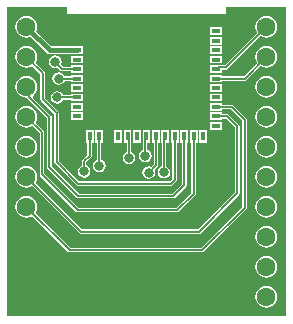
<source format=gbr>
%TF.GenerationSoftware,Altium Limited,Altium Designer,20.1.8 (145)*%
G04 Layer_Physical_Order=1*
G04 Layer_Color=2232046*
%FSLAX45Y45*%
%MOMM*%
%TF.SameCoordinates,58819124-5082-48BE-93C4-8F50621AB512*%
%TF.FilePolarity,Positive*%
%TF.FileFunction,Copper,L1,Top,Signal*%
%TF.Part,Single*%
G01*
G75*
%TA.AperFunction,ConnectorPad*%
%ADD10R,0.80000X0.40000*%
%ADD11R,0.40000X0.80000*%
%TA.AperFunction,BGAPad,CuDef*%
%ADD12R,1.45000X1.45000*%
%TA.AperFunction,SMDPad,CuDef*%
%ADD13R,0.60000X0.60000*%
%ADD14R,0.70000X0.70000*%
%TA.AperFunction,Conductor*%
%ADD15C,0.12700*%
%ADD16C,0.38100*%
%TA.AperFunction,ComponentPad*%
%ADD17C,1.60000*%
%TA.AperFunction,ViaPad*%
%ADD18C,0.80000*%
G36*
X11340604Y5423396D02*
X8979396D01*
Y8038604D01*
X9486254D01*
Y7996500D01*
X9490280Y7986780D01*
X9500000Y7982753D01*
X10820000D01*
X10829720Y7986780D01*
X10833746Y7996500D01*
Y8038604D01*
X11340604D01*
Y5423396D01*
D02*
G37*
%LPC*%
G36*
X10802700Y7869200D02*
X10697300D01*
Y7803800D01*
X10802700D01*
Y7869200D01*
D02*
G37*
G36*
X11176000Y7967500D02*
X11151800Y7964314D01*
X11129250Y7954973D01*
X11109886Y7940114D01*
X11095027Y7920750D01*
X11085686Y7898200D01*
X11082500Y7874000D01*
X11085686Y7849800D01*
X11095027Y7827250D01*
X11097954Y7823435D01*
X10824092Y7549573D01*
X10763650D01*
X10761774Y7549200D01*
X10697300D01*
Y7483800D01*
X10802700D01*
Y7510727D01*
X10832138D01*
X10839571Y7512205D01*
X10845872Y7516416D01*
X11125421Y7795965D01*
X11129250Y7793027D01*
X11151800Y7783686D01*
X11176000Y7780500D01*
X11200200Y7783686D01*
X11222750Y7793027D01*
X11242114Y7807886D01*
X11256973Y7827250D01*
X11266314Y7849800D01*
X11269500Y7874000D01*
X11266314Y7898200D01*
X11256973Y7920750D01*
X11242114Y7940114D01*
X11222750Y7954973D01*
X11200200Y7964314D01*
X11176000Y7967500D01*
D02*
G37*
G36*
X10802700Y7789200D02*
X10697300D01*
Y7723800D01*
X10802700D01*
Y7789200D01*
D02*
G37*
G36*
Y7709200D02*
X10697300D01*
Y7643800D01*
X10802700D01*
Y7709200D01*
D02*
G37*
G36*
X9144000Y7967500D02*
X9119800Y7964314D01*
X9097250Y7954973D01*
X9077886Y7940114D01*
X9063027Y7920750D01*
X9053686Y7898200D01*
X9050500Y7874000D01*
X9053686Y7849800D01*
X9063027Y7827250D01*
X9077886Y7807886D01*
X9097250Y7793027D01*
X9119800Y7783686D01*
X9144000Y7780500D01*
X9168200Y7783686D01*
X9182577Y7789642D01*
X9318610Y7653610D01*
X9329112Y7646592D01*
X9341500Y7644128D01*
X9517300D01*
Y7643800D01*
X9622700D01*
Y7709200D01*
X9517300D01*
Y7708872D01*
X9354909D01*
X9228358Y7835423D01*
X9234314Y7849800D01*
X9237500Y7874000D01*
X9234314Y7898200D01*
X9224973Y7920750D01*
X9210114Y7940114D01*
X9190750Y7954973D01*
X9168200Y7964314D01*
X9144000Y7967500D01*
D02*
G37*
G36*
X10802700Y7629200D02*
X10697300D01*
Y7563800D01*
X10802700D01*
Y7629200D01*
D02*
G37*
G36*
X9622700D02*
X9517300D01*
Y7563800D01*
X9622700D01*
Y7629200D01*
D02*
G37*
G36*
X11176000Y7713500D02*
X11151800Y7710314D01*
X11129250Y7700973D01*
X11109886Y7686114D01*
X11095027Y7666750D01*
X11085686Y7644200D01*
X11082500Y7620000D01*
X11085686Y7595800D01*
X11095027Y7573250D01*
X11097960Y7569428D01*
X10984455Y7455923D01*
X10802700D01*
Y7469200D01*
X10697300D01*
Y7403800D01*
X10802700D01*
Y7417077D01*
X10992500D01*
X10999933Y7418555D01*
X11006234Y7422766D01*
X11125428Y7541960D01*
X11129250Y7539027D01*
X11151800Y7529686D01*
X11176000Y7526500D01*
X11200200Y7529686D01*
X11222750Y7539027D01*
X11242114Y7553886D01*
X11256973Y7573250D01*
X11266314Y7595800D01*
X11269500Y7620000D01*
X11266314Y7644200D01*
X11256973Y7666750D01*
X11242114Y7686114D01*
X11222750Y7700973D01*
X11200200Y7710314D01*
X11176000Y7713500D01*
D02*
G37*
G36*
X9388048Y7631448D02*
X9367486Y7627358D01*
X9350054Y7615710D01*
X9338406Y7598278D01*
X9334316Y7577716D01*
X9338406Y7557153D01*
X9350054Y7539721D01*
X9367486Y7528073D01*
X9388048Y7523983D01*
X9408611Y7528073D01*
X9409577Y7528719D01*
X9435530Y7502766D01*
X9441831Y7498555D01*
X9449264Y7497077D01*
X9517300D01*
Y7483800D01*
X9622700D01*
Y7549200D01*
X9517300D01*
Y7535923D01*
X9457309D01*
X9437045Y7556187D01*
X9437691Y7557153D01*
X9441781Y7577716D01*
X9437691Y7598278D01*
X9426043Y7615710D01*
X9408611Y7627358D01*
X9388048Y7631448D01*
D02*
G37*
G36*
X9417700Y7490232D02*
X9397137Y7486142D01*
X9379705Y7474495D01*
X9368058Y7457063D01*
X9363968Y7436500D01*
X9368058Y7415937D01*
X9379705Y7398505D01*
X9397137Y7386858D01*
X9417700Y7382768D01*
X9438263Y7386858D01*
X9455695Y7398505D01*
X9467342Y7415937D01*
X9467569Y7417077D01*
X9517300D01*
Y7403800D01*
X9622700D01*
Y7469200D01*
X9517300D01*
Y7455923D01*
X9467569D01*
X9467342Y7457063D01*
X9455695Y7474495D01*
X9438263Y7486142D01*
X9417700Y7490232D01*
D02*
G37*
G36*
X10802700Y7389200D02*
X10697300D01*
Y7323800D01*
X10802700D01*
Y7389200D01*
D02*
G37*
G36*
X9622700D02*
X9517300D01*
Y7323800D01*
X9622700D01*
Y7389200D01*
D02*
G37*
G36*
X11176000Y7459500D02*
X11151800Y7456314D01*
X11129250Y7446973D01*
X11109886Y7432114D01*
X11095027Y7412750D01*
X11085686Y7390200D01*
X11082500Y7366000D01*
X11085686Y7341800D01*
X11095027Y7319250D01*
X11109886Y7299886D01*
X11129250Y7285027D01*
X11151800Y7275686D01*
X11176000Y7272500D01*
X11200200Y7275686D01*
X11222750Y7285027D01*
X11242114Y7299886D01*
X11256973Y7319250D01*
X11266314Y7341800D01*
X11269500Y7366000D01*
X11266314Y7390200D01*
X11256973Y7412750D01*
X11242114Y7432114D01*
X11222750Y7446973D01*
X11200200Y7456314D01*
X11176000Y7459500D01*
D02*
G37*
G36*
X10802700Y7309200D02*
X10697300D01*
Y7243800D01*
X10802700D01*
Y7309200D01*
D02*
G37*
G36*
X9403680Y7330232D02*
X9383117Y7326142D01*
X9365685Y7314495D01*
X9354038Y7297063D01*
X9349948Y7276500D01*
X9354038Y7255937D01*
X9365685Y7238505D01*
X9383117Y7226858D01*
X9403680Y7222768D01*
X9424243Y7226858D01*
X9441675Y7238505D01*
X9453322Y7255937D01*
X9453549Y7257077D01*
X9517300D01*
Y7243800D01*
X9622700D01*
Y7309200D01*
X9517300D01*
Y7295923D01*
X9453549D01*
X9453322Y7297063D01*
X9441675Y7314495D01*
X9424243Y7326142D01*
X9403680Y7330232D01*
D02*
G37*
G36*
X9622700Y7229200D02*
X9517300D01*
Y7163800D01*
X9622700D01*
Y7229200D01*
D02*
G37*
G36*
Y7149200D02*
X9517300D01*
Y7083800D01*
X9622700D01*
Y7149200D01*
D02*
G37*
G36*
X11176000Y7205500D02*
X11151800Y7202314D01*
X11129250Y7192973D01*
X11109886Y7178114D01*
X11095027Y7158750D01*
X11085686Y7136200D01*
X11082500Y7112000D01*
X11085686Y7087800D01*
X11095027Y7065250D01*
X11109886Y7045886D01*
X11129250Y7031027D01*
X11151800Y7021686D01*
X11176000Y7018500D01*
X11200200Y7021686D01*
X11222750Y7031027D01*
X11242114Y7045886D01*
X11256973Y7065250D01*
X11266314Y7087800D01*
X11269500Y7112000D01*
X11266314Y7136200D01*
X11256973Y7158750D01*
X11242114Y7178114D01*
X11222750Y7192973D01*
X11200200Y7202314D01*
X11176000Y7205500D01*
D02*
G37*
G36*
X10802700Y7069200D02*
X10697300D01*
Y7003800D01*
X10802700D01*
Y7069200D01*
D02*
G37*
G36*
X10672700Y6999200D02*
X10607300D01*
Y6893800D01*
X10672700D01*
Y6999200D01*
D02*
G37*
G36*
X10112700D02*
X10047300D01*
Y6893800D01*
X10112700D01*
Y6999200D01*
D02*
G37*
G36*
X9952700D02*
X9887300D01*
Y6893800D01*
X9952700D01*
Y6999200D01*
D02*
G37*
G36*
X11176000Y6951500D02*
X11151800Y6948314D01*
X11129250Y6938973D01*
X11109886Y6924114D01*
X11095027Y6904750D01*
X11085686Y6882200D01*
X11082500Y6858000D01*
X11085686Y6833800D01*
X11095027Y6811250D01*
X11109886Y6791886D01*
X11129250Y6777027D01*
X11151800Y6767686D01*
X11176000Y6764500D01*
X11200200Y6767686D01*
X11222750Y6777027D01*
X11242114Y6791886D01*
X11256973Y6811250D01*
X11266314Y6833800D01*
X11269500Y6858000D01*
X11266314Y6882200D01*
X11256973Y6904750D01*
X11242114Y6924114D01*
X11222750Y6938973D01*
X11200200Y6948314D01*
X11176000Y6951500D01*
D02*
G37*
G36*
X9144000D02*
X9119800Y6948314D01*
X9097250Y6938973D01*
X9077886Y6924114D01*
X9063027Y6904750D01*
X9053686Y6882200D01*
X9050500Y6858000D01*
X9053686Y6833800D01*
X9063027Y6811250D01*
X9077886Y6791886D01*
X9097250Y6777027D01*
X9119800Y6767686D01*
X9144000Y6764500D01*
X9168200Y6767686D01*
X9190750Y6777027D01*
X9210114Y6791886D01*
X9224973Y6811250D01*
X9234314Y6833800D01*
X9237500Y6858000D01*
X9234314Y6882200D01*
X9224973Y6904750D01*
X9210114Y6924114D01*
X9190750Y6938973D01*
X9168200Y6948314D01*
X9144000Y6951500D01*
D02*
G37*
G36*
X10192700Y6999200D02*
X10127300D01*
Y6893800D01*
X10130288D01*
Y6832719D01*
X10129148Y6832493D01*
X10111716Y6820845D01*
X10100069Y6803413D01*
X10095979Y6782851D01*
X10100069Y6762288D01*
X10111716Y6744856D01*
X10129148Y6733208D01*
X10149711Y6729118D01*
X10170274Y6733208D01*
X10187706Y6744856D01*
X10199353Y6762288D01*
X10203443Y6782851D01*
X10199353Y6803413D01*
X10187706Y6820845D01*
X10170274Y6832493D01*
X10169134Y6832719D01*
Y6893800D01*
X10192700D01*
Y6999200D01*
D02*
G37*
G36*
X10032700D02*
X9967300D01*
Y6893800D01*
X9992987D01*
Y6815165D01*
X9991847Y6814939D01*
X9974415Y6803291D01*
X9962767Y6785859D01*
X9958677Y6765297D01*
X9962767Y6744734D01*
X9974415Y6727302D01*
X9991847Y6715654D01*
X10012410Y6711564D01*
X10032972Y6715654D01*
X10050404Y6727302D01*
X10062052Y6744734D01*
X10066142Y6765297D01*
X10062052Y6785859D01*
X10050404Y6803291D01*
X10032972Y6814939D01*
X10031833Y6815165D01*
Y6893800D01*
X10032700D01*
Y6999200D01*
D02*
G37*
G36*
X10272700D02*
X10207300D01*
Y6893800D01*
X10220577D01*
Y6709440D01*
X10200524Y6689388D01*
X10199559Y6690033D01*
X10178996Y6694124D01*
X10158434Y6690033D01*
X10141002Y6678386D01*
X10129354Y6660954D01*
X10125264Y6640391D01*
X10129354Y6619829D01*
X10141002Y6602396D01*
X10158434Y6590749D01*
X10178996Y6586659D01*
X10199559Y6590749D01*
X10216991Y6602396D01*
X10228638Y6619829D01*
X10232729Y6640391D01*
X10228638Y6660954D01*
X10227993Y6661919D01*
X10253734Y6687661D01*
X10257945Y6693962D01*
X10259423Y6701395D01*
Y6893800D01*
X10272700D01*
Y6999200D01*
D02*
G37*
G36*
X9792700D02*
X9727300D01*
Y6893800D01*
X9740577D01*
Y6747688D01*
X9739437Y6747462D01*
X9722005Y6735814D01*
X9710358Y6718382D01*
X9706268Y6697819D01*
X9710358Y6677257D01*
X9722005Y6659825D01*
X9739437Y6648177D01*
X9760000Y6644087D01*
X9780563Y6648177D01*
X9797995Y6659825D01*
X9809642Y6677257D01*
X9813732Y6697819D01*
X9809642Y6718382D01*
X9797995Y6735814D01*
X9780563Y6747462D01*
X9779423Y6747688D01*
Y6893800D01*
X9792700D01*
Y6999200D01*
D02*
G37*
G36*
X9712700D02*
X9647300D01*
Y6893800D01*
X9660577D01*
Y6789470D01*
X9618632Y6747524D01*
X9614421Y6741223D01*
X9612943Y6733790D01*
Y6700495D01*
X9611803Y6700269D01*
X9594371Y6688621D01*
X9582724Y6671189D01*
X9578633Y6650626D01*
X9582724Y6630064D01*
X9594371Y6612632D01*
X9611803Y6600984D01*
X9632366Y6596894D01*
X9652928Y6600984D01*
X9670360Y6612632D01*
X9682008Y6630064D01*
X9686098Y6650626D01*
X9682008Y6671189D01*
X9670360Y6688621D01*
X9652928Y6700269D01*
X9651789Y6700495D01*
Y6725744D01*
X9693734Y6767690D01*
X9697945Y6773991D01*
X9699423Y6781424D01*
Y6893800D01*
X9712700D01*
Y6999200D01*
D02*
G37*
G36*
X10352700D02*
X10287300D01*
Y6893800D01*
X10288754D01*
Y6693634D01*
X10287615Y6693407D01*
X10270183Y6681760D01*
X10258535Y6664328D01*
X10254445Y6643765D01*
X10258535Y6623203D01*
X10270183Y6605771D01*
X10287615Y6594123D01*
X10308178Y6590033D01*
X10328740Y6594123D01*
X10346172Y6605771D01*
X10357820Y6623203D01*
X10361910Y6643765D01*
X10357820Y6664328D01*
X10346172Y6681760D01*
X10328740Y6693407D01*
X10327601Y6693634D01*
Y6893800D01*
X10352700D01*
Y6999200D01*
D02*
G37*
G36*
X9144000Y7713500D02*
X9119800Y7710314D01*
X9097250Y7700973D01*
X9077886Y7686114D01*
X9063027Y7666750D01*
X9053686Y7644200D01*
X9050500Y7620000D01*
X9053686Y7595800D01*
X9063027Y7573250D01*
X9077886Y7553886D01*
X9097250Y7539027D01*
X9119800Y7529686D01*
X9144000Y7526500D01*
X9168200Y7529686D01*
X9190750Y7539027D01*
X9194572Y7541960D01*
X9261737Y7474795D01*
Y7260510D01*
X9263215Y7253077D01*
X9267426Y7246775D01*
X9381307Y7132894D01*
Y6727921D01*
X9382785Y6720488D01*
X9386996Y6714187D01*
X9569162Y6532020D01*
X9569163Y6532019D01*
X9575464Y6527809D01*
X9582897Y6526331D01*
X10366214D01*
X10373648Y6527809D01*
X10379949Y6532019D01*
X10413734Y6565805D01*
X10417945Y6572106D01*
X10419423Y6579539D01*
Y6893800D01*
X10432700D01*
Y6999200D01*
X10367300D01*
Y6893800D01*
X10380577D01*
Y6587585D01*
X10358169Y6565177D01*
X9590942D01*
X9420153Y6735966D01*
Y7140940D01*
X9418675Y7148373D01*
X9414464Y7154674D01*
X9300583Y7268555D01*
Y7482840D01*
X9299105Y7490273D01*
X9294894Y7496574D01*
X9222040Y7569428D01*
X9224973Y7573250D01*
X9234314Y7595800D01*
X9237500Y7620000D01*
X9234314Y7644200D01*
X9224973Y7666750D01*
X9210114Y7686114D01*
X9190750Y7700973D01*
X9168200Y7710314D01*
X9144000Y7713500D01*
D02*
G37*
G36*
X11176000Y6697500D02*
X11151800Y6694314D01*
X11129250Y6684973D01*
X11109886Y6670114D01*
X11095027Y6650750D01*
X11085686Y6628200D01*
X11082500Y6604000D01*
X11085686Y6579800D01*
X11095027Y6557250D01*
X11109886Y6537886D01*
X11129250Y6523027D01*
X11151800Y6513686D01*
X11176000Y6510500D01*
X11200200Y6513686D01*
X11222750Y6523027D01*
X11242114Y6537886D01*
X11256973Y6557250D01*
X11266314Y6579800D01*
X11269500Y6604000D01*
X11266314Y6628200D01*
X11256973Y6650750D01*
X11242114Y6670114D01*
X11222750Y6684973D01*
X11200200Y6694314D01*
X11176000Y6697500D01*
D02*
G37*
G36*
X9144000Y7459500D02*
X9119800Y7456314D01*
X9097250Y7446973D01*
X9077886Y7432114D01*
X9063027Y7412750D01*
X9053686Y7390200D01*
X9050500Y7366000D01*
X9053686Y7341800D01*
X9063027Y7319250D01*
X9077886Y7299886D01*
X9097250Y7285027D01*
X9119800Y7275686D01*
X9144000Y7272500D01*
X9149087Y7273170D01*
X9149277Y7272217D01*
X9153487Y7265916D01*
X9319432Y7099970D01*
Y6684965D01*
X9320911Y6677532D01*
X9325121Y6671231D01*
X9568646Y6427707D01*
X9574947Y6423496D01*
X9582380Y6422018D01*
X10388224D01*
X10395657Y6423496D01*
X10401958Y6427707D01*
X10493734Y6519483D01*
X10497945Y6525785D01*
X10499424Y6533218D01*
X10499423Y6533219D01*
Y6893800D01*
X10512700D01*
Y6999200D01*
X10447300D01*
Y6893800D01*
X10460577D01*
Y6541263D01*
X10380178Y6460864D01*
X9590425D01*
X9358279Y6693011D01*
Y7108016D01*
X9356800Y7115449D01*
X9352590Y7121750D01*
X9198995Y7275345D01*
X9200099Y7292201D01*
X9210114Y7299886D01*
X9224973Y7319250D01*
X9234314Y7341800D01*
X9237500Y7366000D01*
X9234314Y7390200D01*
X9224973Y7412750D01*
X9210114Y7432114D01*
X9190750Y7446973D01*
X9168200Y7456314D01*
X9144000Y7459500D01*
D02*
G37*
G36*
Y7205500D02*
X9119800Y7202314D01*
X9097250Y7192973D01*
X9077886Y7178114D01*
X9063027Y7158750D01*
X9053686Y7136200D01*
X9050500Y7112000D01*
X9053686Y7087801D01*
X9063027Y7065251D01*
X9077886Y7045886D01*
X9097250Y7031027D01*
X9119800Y7021686D01*
X9144000Y7018501D01*
X9168200Y7021686D01*
X9190750Y7031027D01*
X9194572Y7033960D01*
X9256344Y6972188D01*
Y6626504D01*
X9257822Y6619071D01*
X9262033Y6612770D01*
X9564898Y6309905D01*
X9564899Y6309904D01*
X9571200Y6305694D01*
X9578633Y6304215D01*
X10422325D01*
X10429758Y6305694D01*
X10436059Y6309904D01*
X10573734Y6447579D01*
X10577945Y6453880D01*
X10579423Y6461313D01*
Y6893800D01*
X10592700D01*
Y6999200D01*
X10527300D01*
Y6893800D01*
X10540577D01*
Y6469359D01*
X10414280Y6343061D01*
X9586678D01*
X9295190Y6634550D01*
Y6980232D01*
X9295190Y6980233D01*
X9293712Y6987666D01*
X9289501Y6993967D01*
X9222040Y7061428D01*
X9224973Y7065251D01*
X9234314Y7087801D01*
X9237500Y7112000D01*
X9234314Y7136200D01*
X9224973Y7158750D01*
X9210114Y7178114D01*
X9190750Y7192973D01*
X9168200Y7202314D01*
X9144000Y7205500D01*
D02*
G37*
G36*
X11176000Y6443500D02*
X11151800Y6440314D01*
X11129250Y6430973D01*
X11109886Y6416114D01*
X11095027Y6396750D01*
X11085686Y6374200D01*
X11082500Y6350000D01*
X11085686Y6325800D01*
X11095027Y6303250D01*
X11109886Y6283886D01*
X11129250Y6269027D01*
X11151800Y6259686D01*
X11176000Y6256500D01*
X11200200Y6259686D01*
X11222750Y6269027D01*
X11242114Y6283886D01*
X11256973Y6303250D01*
X11266314Y6325800D01*
X11269500Y6350000D01*
X11266314Y6374200D01*
X11256973Y6396750D01*
X11242114Y6416114D01*
X11222750Y6430973D01*
X11200200Y6440314D01*
X11176000Y6443500D01*
D02*
G37*
G36*
X10802700Y7149200D02*
X10697300D01*
Y7083800D01*
X10802700D01*
Y7097077D01*
X10836462D01*
X10910334Y7023205D01*
Y6472088D01*
X10597068Y6158822D01*
X9616647D01*
X9222040Y6553428D01*
X9224973Y6557250D01*
X9234314Y6579800D01*
X9237500Y6604000D01*
X9234314Y6628200D01*
X9224973Y6650750D01*
X9210114Y6670114D01*
X9190750Y6684973D01*
X9168200Y6694314D01*
X9144000Y6697500D01*
X9119800Y6694314D01*
X9097250Y6684973D01*
X9077886Y6670114D01*
X9063027Y6650750D01*
X9053686Y6628200D01*
X9050500Y6604000D01*
X9053686Y6579800D01*
X9063027Y6557250D01*
X9077886Y6537886D01*
X9097250Y6523027D01*
X9119800Y6513686D01*
X9144000Y6510500D01*
X9168200Y6513686D01*
X9190750Y6523027D01*
X9194572Y6525960D01*
X9594867Y6125665D01*
X9594867Y6125664D01*
X9601169Y6121454D01*
X9608602Y6119975D01*
X9608603Y6119975D01*
X10605113D01*
X10612546Y6121454D01*
X10618847Y6125664D01*
X10943491Y6450308D01*
X10947702Y6456609D01*
X10949180Y6464042D01*
Y7031249D01*
X10949181Y7031250D01*
X10947702Y7038683D01*
X10943491Y7044985D01*
X10858242Y7130234D01*
X10851941Y7134444D01*
X10844508Y7135923D01*
X10802700D01*
Y7149200D01*
D02*
G37*
G36*
Y7229200D02*
X10697300D01*
Y7163800D01*
X10802700D01*
Y7177077D01*
X10872635D01*
X10972525Y7077186D01*
Y6351059D01*
X10624692Y6003226D01*
X9518243D01*
X9222040Y6299428D01*
X9224973Y6303250D01*
X9234314Y6325800D01*
X9237500Y6350000D01*
X9234314Y6374200D01*
X9224973Y6396750D01*
X9210114Y6416114D01*
X9190750Y6430973D01*
X9168200Y6440314D01*
X9144000Y6443500D01*
X9119800Y6440314D01*
X9097250Y6430973D01*
X9077886Y6416114D01*
X9063027Y6396750D01*
X9053686Y6374200D01*
X9050500Y6350000D01*
X9053686Y6325800D01*
X9063027Y6303250D01*
X9077886Y6283886D01*
X9097250Y6269027D01*
X9119800Y6259686D01*
X9144000Y6256500D01*
X9168200Y6259686D01*
X9190750Y6269027D01*
X9194572Y6271960D01*
X9496463Y5970068D01*
X9502765Y5965858D01*
X9510197Y5964379D01*
X10632738D01*
X10640171Y5965858D01*
X10646472Y5970068D01*
X11005682Y6329279D01*
X11005683Y6329279D01*
X11009893Y6335581D01*
X11011372Y6343013D01*
Y7085231D01*
X11009893Y7092664D01*
X11005683Y7098966D01*
X11005682Y7098966D01*
X10894414Y7210234D01*
X10888113Y7214445D01*
X10880680Y7215923D01*
X10802700D01*
Y7229200D01*
D02*
G37*
G36*
X11176000Y6189500D02*
X11151800Y6186314D01*
X11129250Y6176973D01*
X11109886Y6162114D01*
X11095027Y6142750D01*
X11085686Y6120200D01*
X11082500Y6096000D01*
X11085686Y6071800D01*
X11095027Y6049250D01*
X11109886Y6029886D01*
X11129250Y6015027D01*
X11151800Y6005686D01*
X11176000Y6002500D01*
X11200200Y6005686D01*
X11222750Y6015027D01*
X11242114Y6029886D01*
X11256973Y6049250D01*
X11266314Y6071800D01*
X11269500Y6096000D01*
X11266314Y6120200D01*
X11256973Y6142750D01*
X11242114Y6162114D01*
X11222750Y6176973D01*
X11200200Y6186314D01*
X11176000Y6189500D01*
D02*
G37*
G36*
Y5935500D02*
X11151800Y5932314D01*
X11129250Y5922973D01*
X11109886Y5908114D01*
X11095027Y5888750D01*
X11085686Y5866200D01*
X11082500Y5842000D01*
X11085686Y5817800D01*
X11095027Y5795250D01*
X11109886Y5775886D01*
X11129250Y5761027D01*
X11151800Y5751686D01*
X11176000Y5748500D01*
X11200200Y5751686D01*
X11222750Y5761027D01*
X11242114Y5775886D01*
X11256973Y5795250D01*
X11266314Y5817800D01*
X11269500Y5842000D01*
X11266314Y5866200D01*
X11256973Y5888750D01*
X11242114Y5908114D01*
X11222750Y5922973D01*
X11200200Y5932314D01*
X11176000Y5935500D01*
D02*
G37*
G36*
Y5681500D02*
X11151800Y5678314D01*
X11129250Y5668973D01*
X11109886Y5654114D01*
X11095027Y5634750D01*
X11085686Y5612200D01*
X11082500Y5588000D01*
X11085686Y5563800D01*
X11095027Y5541250D01*
X11109886Y5521886D01*
X11129250Y5507027D01*
X11151800Y5497686D01*
X11176000Y5494500D01*
X11200200Y5497686D01*
X11222750Y5507027D01*
X11242114Y5521886D01*
X11256973Y5541250D01*
X11266314Y5563800D01*
X11269500Y5588000D01*
X11266314Y5612200D01*
X11256973Y5634750D01*
X11242114Y5654114D01*
X11222750Y5668973D01*
X11200200Y5678314D01*
X11176000Y5681500D01*
D02*
G37*
%LPD*%
D10*
X9570000Y7836500D02*
D03*
Y7756500D02*
D03*
Y7676500D02*
D03*
Y7596500D02*
D03*
Y7516500D02*
D03*
Y7436500D02*
D03*
Y7356500D02*
D03*
Y7276500D02*
D03*
Y7196500D02*
D03*
Y7116500D02*
D03*
Y7036500D02*
D03*
X10750000D02*
D03*
Y7116500D02*
D03*
Y7196500D02*
D03*
Y7276500D02*
D03*
Y7356500D02*
D03*
Y7436500D02*
D03*
Y7516500D02*
D03*
Y7596500D02*
D03*
Y7676500D02*
D03*
Y7756500D02*
D03*
Y7836500D02*
D03*
D11*
X9680000Y6946500D02*
D03*
X9760000D02*
D03*
X9840000D02*
D03*
X9920000D02*
D03*
X10000000D02*
D03*
X10080000D02*
D03*
X10160000D02*
D03*
X10240000D02*
D03*
X10320000D02*
D03*
X10400000D02*
D03*
X10480000D02*
D03*
X10560000D02*
D03*
X10640000D02*
D03*
Y7926500D02*
D03*
X10560000D02*
D03*
X10480000D02*
D03*
X10400000D02*
D03*
X10320000D02*
D03*
X10240000D02*
D03*
X10160000D02*
D03*
X10080000D02*
D03*
X10000000D02*
D03*
X9920000D02*
D03*
X9840000D02*
D03*
X9760000D02*
D03*
X9680000D02*
D03*
D12*
X10160000Y7436500D02*
D03*
X10357500Y7634000D02*
D03*
X10160000D02*
D03*
X9962500Y7436500D02*
D03*
Y7239000D02*
D03*
X10160000D02*
D03*
X10357500D02*
D03*
Y7436500D02*
D03*
D13*
X9962500Y7634000D02*
D03*
D14*
X9565000Y7931500D02*
D03*
Y6941500D02*
D03*
X10755000D02*
D03*
Y7931500D02*
D03*
D15*
X10832138Y7530150D02*
X11175988Y7874000D01*
X11176000D01*
X10763650Y7530150D02*
X10832138D01*
X10750000Y7516500D02*
X10763650Y7530150D01*
X10605113Y6139398D02*
X10929757Y6464042D01*
Y7031250D01*
X10844508Y7116500D02*
X10929757Y7031250D01*
X10991949Y6343013D02*
Y7085231D01*
X10632738Y5983803D02*
X10991949Y6343013D01*
X10880680Y7196500D02*
X10991949Y7085231D01*
X9281160Y7260510D02*
X9400730Y7140940D01*
Y6727921D02*
X9582897Y6545754D01*
X9400730Y6727921D02*
Y7140940D01*
X9632366Y6650626D02*
Y6733790D01*
X9680000Y6781424D02*
Y6946500D01*
X9632366Y6733790D02*
X9680000Y6781424D01*
X9760000Y6697819D02*
Y6946500D01*
X10560000Y6461313D02*
Y6946500D01*
X10422325Y6323638D02*
X10560000Y6461313D01*
X10388224Y6441441D02*
X10480000Y6533218D01*
Y6946500D01*
X9608602Y6139398D02*
X10605113D01*
X9144000Y6604000D02*
X9608602Y6139398D01*
X9144000Y6350000D02*
X9510197Y5983803D01*
X10632738D01*
X9582380Y6441441D02*
X10388224D01*
X9578633Y6323638D02*
X10422325D01*
X9338856Y6684965D02*
X9582380Y6441441D01*
X9275767Y6626504D02*
X9578633Y6323638D01*
X9582897Y6545754D02*
X10366214D01*
X10400000Y6579539D01*
Y6946500D01*
X9275767Y6626504D02*
Y6980233D01*
X9338856Y6684965D02*
Y7108016D01*
X9167221Y7279650D02*
X9338856Y7108016D01*
X9144000Y7112000D02*
X9275767Y6980233D01*
X9144000Y7366000D02*
X9167221Y7342779D01*
Y7279650D02*
Y7342779D01*
X9281160Y7260510D02*
Y7482840D01*
X10012410Y6765297D02*
Y6934090D01*
X10000000Y6946500D02*
X10012410Y6934090D01*
X10149711Y6782851D02*
Y6935071D01*
X10149141Y6935641D02*
X10149711Y6935071D01*
X10149141Y6935641D02*
X10160000Y6946500D01*
X10240000Y6701395D02*
Y6946500D01*
X10178996Y6640391D02*
X10240000Y6701395D01*
X10308178Y6643765D02*
Y6934678D01*
X10320000Y6946500D01*
X9403680Y7276500D02*
X9570000D01*
X9417700Y7436500D02*
X9570000D01*
X9449264Y7516500D02*
X9570000D01*
X9388048Y7577716D02*
X9449264Y7516500D01*
X9144000Y7620000D02*
X9281160Y7482840D01*
X10750000Y7116500D02*
X10844508D01*
X10750000Y7196500D02*
X10880680D01*
X10992500Y7436500D02*
X11176000Y7620000D01*
X10750000Y7436500D02*
X10992500D01*
D16*
X9144000Y7874000D02*
X9341500Y7676500D01*
X9570000D01*
D17*
X11176000Y7874000D02*
D03*
Y7620000D02*
D03*
Y7366000D02*
D03*
Y7112000D02*
D03*
Y6858000D02*
D03*
Y6604000D02*
D03*
Y6350000D02*
D03*
Y6096000D02*
D03*
Y5842000D02*
D03*
Y5588000D02*
D03*
X9144000Y7874000D02*
D03*
Y7620000D02*
D03*
Y7366000D02*
D03*
Y7112000D02*
D03*
Y6858000D02*
D03*
Y6604000D02*
D03*
Y6350000D02*
D03*
Y6096000D02*
D03*
Y5842000D02*
D03*
Y5588000D02*
D03*
D18*
X10617200Y7772400D02*
D03*
X9702800Y7772398D02*
D03*
X10851200Y6941500D02*
D03*
X9476740D02*
D03*
Y7036500D02*
D03*
X9632366Y6650626D02*
D03*
X9565000Y6845300D02*
D03*
X10755000D02*
D03*
X9817100Y7099300D02*
D03*
X10502900D02*
D03*
Y7772399D02*
D03*
X9817100D02*
D03*
Y7660216D02*
D03*
X9931400Y7099300D02*
D03*
X10045700D02*
D03*
X10160000D02*
D03*
X10274300Y7772400D02*
D03*
X10160000D02*
D03*
X10045700D02*
D03*
X9931400D02*
D03*
X10388600D02*
D03*
X10502900Y7660216D02*
D03*
Y7548033D02*
D03*
Y7435849D02*
D03*
Y7323666D02*
D03*
Y7211483D02*
D03*
X10388600Y7099300D02*
D03*
X10274300D02*
D03*
X9817100Y7211483D02*
D03*
Y7323666D02*
D03*
Y7435849D02*
D03*
Y7548033D02*
D03*
X9760000Y6697819D02*
D03*
X10012410Y6765297D02*
D03*
X10149711Y6782851D02*
D03*
X10178996Y6640391D02*
D03*
X10308178Y6643765D02*
D03*
X9403680Y7276500D02*
D03*
X9417700Y7436500D02*
D03*
X9388048Y7577716D02*
D03*
%TF.MD5,aca09905e20cdb15a5acbf7ec8fd09c6*%
M02*

</source>
